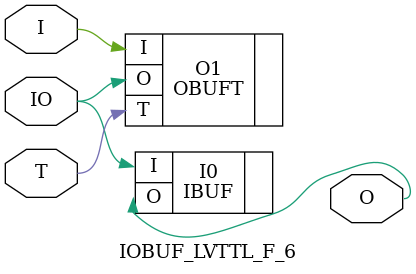
<source format=v>


`timescale  1 ps / 1 ps


module IOBUF_LVTTL_F_6 (O, IO, I, T);

    output O;

    inout  IO;

    input  I, T;

        OBUFT #(.IOSTANDARD("LVTTL"), .SLEW("FAST"), .DRIVE(6)) O1 (.O(IO), .I(I), .T(T)); 
	IBUF #(.IOSTANDARD("LVTTL"))  I0 (.O(O), .I(IO));
        

endmodule



</source>
